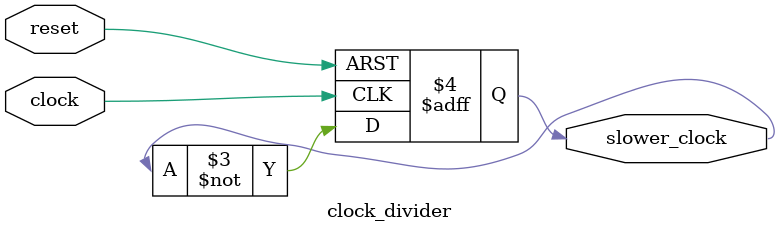
<source format=v>
module clock_divider(slower_clock, clock, reset);
	input clock, reset;
	output reg slower_clock;
	
	always @(posedge clock or posedge reset) begin
		if (reset == 1'b1) begin
			slower_clock <= 1'b0;
		end else begin
			slower_clock <= ~slower_clock;
		end
	end
endmodule
</source>
